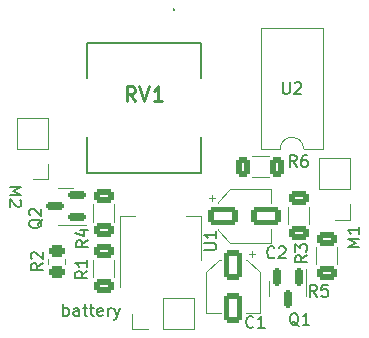
<source format=gto>
G04 #@! TF.GenerationSoftware,KiCad,Pcbnew,(6.0.7)*
G04 #@! TF.CreationDate,2024-01-15T20:32:35-05:00*
G04 #@! TF.ProjectId,pcb_chip,7063625f-6368-4697-902e-6b696361645f,rev?*
G04 #@! TF.SameCoordinates,Original*
G04 #@! TF.FileFunction,Legend,Top*
G04 #@! TF.FilePolarity,Positive*
%FSLAX46Y46*%
G04 Gerber Fmt 4.6, Leading zero omitted, Abs format (unit mm)*
G04 Created by KiCad (PCBNEW (6.0.7)) date 2024-01-15 20:32:35*
%MOMM*%
%LPD*%
G01*
G04 APERTURE LIST*
G04 Aperture macros list*
%AMRoundRect*
0 Rectangle with rounded corners*
0 $1 Rounding radius*
0 $2 $3 $4 $5 $6 $7 $8 $9 X,Y pos of 4 corners*
0 Add a 4 corners polygon primitive as box body*
4,1,4,$2,$3,$4,$5,$6,$7,$8,$9,$2,$3,0*
0 Add four circle primitives for the rounded corners*
1,1,$1+$1,$2,$3*
1,1,$1+$1,$4,$5*
1,1,$1+$1,$6,$7*
1,1,$1+$1,$8,$9*
0 Add four rect primitives between the rounded corners*
20,1,$1+$1,$2,$3,$4,$5,0*
20,1,$1+$1,$4,$5,$6,$7,0*
20,1,$1+$1,$6,$7,$8,$9,0*
20,1,$1+$1,$8,$9,$2,$3,0*%
G04 Aperture macros list end*
%ADD10C,0.150000*%
%ADD11C,0.254000*%
%ADD12C,0.120000*%
%ADD13C,0.200000*%
%ADD14RoundRect,0.250000X0.450000X-0.262500X0.450000X0.262500X-0.450000X0.262500X-0.450000X-0.262500X0*%
%ADD15R,1.600000X1.600000*%
%ADD16O,1.600000X1.600000*%
%ADD17RoundRect,0.250000X0.312500X0.625000X-0.312500X0.625000X-0.312500X-0.625000X0.312500X-0.625000X0*%
%ADD18RoundRect,0.150000X-0.150000X0.587500X-0.150000X-0.587500X0.150000X-0.587500X0.150000X0.587500X0*%
%ADD19RoundRect,0.250000X-0.625000X0.312500X-0.625000X-0.312500X0.625000X-0.312500X0.625000X0.312500X0*%
%ADD20RoundRect,0.250000X0.625000X-0.312500X0.625000X0.312500X-0.625000X0.312500X-0.625000X-0.312500X0*%
%ADD21RoundRect,0.250000X-1.050000X-0.550000X1.050000X-0.550000X1.050000X0.550000X-1.050000X0.550000X0*%
%ADD22R,1.500000X1.500000*%
%ADD23C,1.500000*%
%ADD24C,4.260000*%
%ADD25R,1.700000X1.700000*%
%ADD26O,1.700000X1.700000*%
%ADD27RoundRect,0.150000X0.587500X0.150000X-0.587500X0.150000X-0.587500X-0.150000X0.587500X-0.150000X0*%
%ADD28RoundRect,0.250000X-0.550000X1.050000X-0.550000X-1.050000X0.550000X-1.050000X0.550000X1.050000X0*%
%ADD29R,1.500000X2.000000*%
%ADD30R,3.800000X2.000000*%
G04 APERTURE END LIST*
D10*
X116251980Y-101919066D02*
X115775790Y-102252400D01*
X116251980Y-102490495D02*
X115251980Y-102490495D01*
X115251980Y-102109542D01*
X115299600Y-102014304D01*
X115347219Y-101966685D01*
X115442457Y-101919066D01*
X115585314Y-101919066D01*
X115680552Y-101966685D01*
X115728171Y-102014304D01*
X115775790Y-102109542D01*
X115775790Y-102490495D01*
X115347219Y-101538114D02*
X115299600Y-101490495D01*
X115251980Y-101395257D01*
X115251980Y-101157161D01*
X115299600Y-101061923D01*
X115347219Y-101014304D01*
X115442457Y-100966685D01*
X115537695Y-100966685D01*
X115680552Y-101014304D01*
X116251980Y-101585733D01*
X116251980Y-100966685D01*
X136601295Y-86584380D02*
X136601295Y-87393904D01*
X136648914Y-87489142D01*
X136696533Y-87536761D01*
X136791771Y-87584380D01*
X136982247Y-87584380D01*
X137077485Y-87536761D01*
X137125104Y-87489142D01*
X137172723Y-87393904D01*
X137172723Y-86584380D01*
X137601295Y-86679619D02*
X137648914Y-86632000D01*
X137744152Y-86584380D01*
X137982247Y-86584380D01*
X138077485Y-86632000D01*
X138125104Y-86679619D01*
X138172723Y-86774857D01*
X138172723Y-86870095D01*
X138125104Y-87012952D01*
X137553676Y-87584380D01*
X138172723Y-87584380D01*
X137755333Y-93771980D02*
X137422000Y-93295790D01*
X137183904Y-93771980D02*
X137183904Y-92771980D01*
X137564857Y-92771980D01*
X137660095Y-92819600D01*
X137707714Y-92867219D01*
X137755333Y-92962457D01*
X137755333Y-93105314D01*
X137707714Y-93200552D01*
X137660095Y-93248171D01*
X137564857Y-93295790D01*
X137183904Y-93295790D01*
X138612476Y-92771980D02*
X138422000Y-92771980D01*
X138326761Y-92819600D01*
X138279142Y-92867219D01*
X138183904Y-93010076D01*
X138136285Y-93200552D01*
X138136285Y-93581504D01*
X138183904Y-93676742D01*
X138231523Y-93724361D01*
X138326761Y-93771980D01*
X138517238Y-93771980D01*
X138612476Y-93724361D01*
X138660095Y-93676742D01*
X138707714Y-93581504D01*
X138707714Y-93343409D01*
X138660095Y-93248171D01*
X138612476Y-93200552D01*
X138517238Y-93152933D01*
X138326761Y-93152933D01*
X138231523Y-93200552D01*
X138183904Y-93248171D01*
X138136285Y-93343409D01*
X137928361Y-107227619D02*
X137833123Y-107180000D01*
X137737885Y-107084761D01*
X137595028Y-106941904D01*
X137499790Y-106894285D01*
X137404552Y-106894285D01*
X137452171Y-107132380D02*
X137356933Y-107084761D01*
X137261695Y-106989523D01*
X137214076Y-106799047D01*
X137214076Y-106465714D01*
X137261695Y-106275238D01*
X137356933Y-106180000D01*
X137452171Y-106132380D01*
X137642647Y-106132380D01*
X137737885Y-106180000D01*
X137833123Y-106275238D01*
X137880742Y-106465714D01*
X137880742Y-106799047D01*
X137833123Y-106989523D01*
X137737885Y-107084761D01*
X137642647Y-107132380D01*
X137452171Y-107132380D01*
X138833123Y-107132380D02*
X138261695Y-107132380D01*
X138547409Y-107132380D02*
X138547409Y-106132380D01*
X138452171Y-106275238D01*
X138356933Y-106370476D01*
X138261695Y-106418095D01*
X138628380Y-101258666D02*
X138152190Y-101592000D01*
X138628380Y-101830095D02*
X137628380Y-101830095D01*
X137628380Y-101449142D01*
X137676000Y-101353904D01*
X137723619Y-101306285D01*
X137818857Y-101258666D01*
X137961714Y-101258666D01*
X138056952Y-101306285D01*
X138104571Y-101353904D01*
X138152190Y-101449142D01*
X138152190Y-101830095D01*
X137628380Y-100925333D02*
X137628380Y-100306285D01*
X138009333Y-100639619D01*
X138009333Y-100496761D01*
X138056952Y-100401523D01*
X138104571Y-100353904D01*
X138199809Y-100306285D01*
X138437904Y-100306285D01*
X138533142Y-100353904D01*
X138580761Y-100401523D01*
X138628380Y-100496761D01*
X138628380Y-100782476D01*
X138580761Y-100877714D01*
X138533142Y-100925333D01*
X120086380Y-99988666D02*
X119610190Y-100322000D01*
X120086380Y-100560095D02*
X119086380Y-100560095D01*
X119086380Y-100179142D01*
X119134000Y-100083904D01*
X119181619Y-100036285D01*
X119276857Y-99988666D01*
X119419714Y-99988666D01*
X119514952Y-100036285D01*
X119562571Y-100083904D01*
X119610190Y-100179142D01*
X119610190Y-100560095D01*
X119419714Y-99131523D02*
X120086380Y-99131523D01*
X119038761Y-99369619D02*
X119753047Y-99607714D01*
X119753047Y-98988666D01*
X135875733Y-101398342D02*
X135828114Y-101445961D01*
X135685257Y-101493580D01*
X135590019Y-101493580D01*
X135447161Y-101445961D01*
X135351923Y-101350723D01*
X135304304Y-101255485D01*
X135256685Y-101065009D01*
X135256685Y-100922152D01*
X135304304Y-100731676D01*
X135351923Y-100636438D01*
X135447161Y-100541200D01*
X135590019Y-100493580D01*
X135685257Y-100493580D01*
X135828114Y-100541200D01*
X135875733Y-100588819D01*
X136256685Y-100588819D02*
X136304304Y-100541200D01*
X136399542Y-100493580D01*
X136637638Y-100493580D01*
X136732876Y-100541200D01*
X136780495Y-100588819D01*
X136828114Y-100684057D01*
X136828114Y-100779295D01*
X136780495Y-100922152D01*
X136209066Y-101493580D01*
X136828114Y-101493580D01*
X139482533Y-104744780D02*
X139149200Y-104268590D01*
X138911104Y-104744780D02*
X138911104Y-103744780D01*
X139292057Y-103744780D01*
X139387295Y-103792400D01*
X139434914Y-103840019D01*
X139482533Y-103935257D01*
X139482533Y-104078114D01*
X139434914Y-104173352D01*
X139387295Y-104220971D01*
X139292057Y-104268590D01*
X138911104Y-104268590D01*
X140387295Y-103744780D02*
X139911104Y-103744780D01*
X139863485Y-104220971D01*
X139911104Y-104173352D01*
X140006342Y-104125733D01*
X140244438Y-104125733D01*
X140339676Y-104173352D01*
X140387295Y-104220971D01*
X140434914Y-104316209D01*
X140434914Y-104554304D01*
X140387295Y-104649542D01*
X140339676Y-104697161D01*
X140244438Y-104744780D01*
X140006342Y-104744780D01*
X139911104Y-104697161D01*
X139863485Y-104649542D01*
X120035580Y-102579466D02*
X119559390Y-102912800D01*
X120035580Y-103150895D02*
X119035580Y-103150895D01*
X119035580Y-102769942D01*
X119083200Y-102674704D01*
X119130819Y-102627085D01*
X119226057Y-102579466D01*
X119368914Y-102579466D01*
X119464152Y-102627085D01*
X119511771Y-102674704D01*
X119559390Y-102769942D01*
X119559390Y-103150895D01*
X120035580Y-101627085D02*
X120035580Y-102198514D01*
X120035580Y-101912800D02*
X119035580Y-101912800D01*
X119178438Y-102008038D01*
X119273676Y-102103276D01*
X119321295Y-102198514D01*
D11*
X124085047Y-88204523D02*
X123661714Y-87599761D01*
X123359333Y-88204523D02*
X123359333Y-86934523D01*
X123843142Y-86934523D01*
X123964095Y-86995000D01*
X124024571Y-87055476D01*
X124085047Y-87176428D01*
X124085047Y-87357857D01*
X124024571Y-87478809D01*
X123964095Y-87539285D01*
X123843142Y-87599761D01*
X123359333Y-87599761D01*
X124447904Y-86934523D02*
X124871238Y-88204523D01*
X125294571Y-86934523D01*
X126383142Y-88204523D02*
X125657428Y-88204523D01*
X126020285Y-88204523D02*
X126020285Y-86934523D01*
X125899333Y-87115952D01*
X125778380Y-87236904D01*
X125657428Y-87297380D01*
D10*
X113466619Y-95456476D02*
X114466619Y-95456476D01*
X113752333Y-95789809D01*
X114466619Y-96123142D01*
X113466619Y-96123142D01*
X114371380Y-96551714D02*
X114419000Y-96599333D01*
X114466619Y-96694571D01*
X114466619Y-96932666D01*
X114419000Y-97027904D01*
X114371380Y-97075523D01*
X114276142Y-97123142D01*
X114180904Y-97123142D01*
X114038047Y-97075523D01*
X113466619Y-96504095D01*
X113466619Y-97123142D01*
X143073380Y-100504523D02*
X142073380Y-100504523D01*
X142787666Y-100171190D01*
X142073380Y-99837857D01*
X143073380Y-99837857D01*
X143073380Y-98837857D02*
X143073380Y-99409285D01*
X143073380Y-99123571D02*
X142073380Y-99123571D01*
X142216238Y-99218809D01*
X142311476Y-99314047D01*
X142359095Y-99409285D01*
X117993057Y-106370380D02*
X117993057Y-105370380D01*
X117993057Y-105751333D02*
X118088295Y-105703714D01*
X118278771Y-105703714D01*
X118374009Y-105751333D01*
X118421628Y-105798952D01*
X118469247Y-105894190D01*
X118469247Y-106179904D01*
X118421628Y-106275142D01*
X118374009Y-106322761D01*
X118278771Y-106370380D01*
X118088295Y-106370380D01*
X117993057Y-106322761D01*
X119326390Y-106370380D02*
X119326390Y-105846571D01*
X119278771Y-105751333D01*
X119183533Y-105703714D01*
X118993057Y-105703714D01*
X118897819Y-105751333D01*
X119326390Y-106322761D02*
X119231152Y-106370380D01*
X118993057Y-106370380D01*
X118897819Y-106322761D01*
X118850200Y-106227523D01*
X118850200Y-106132285D01*
X118897819Y-106037047D01*
X118993057Y-105989428D01*
X119231152Y-105989428D01*
X119326390Y-105941809D01*
X119659723Y-105703714D02*
X120040676Y-105703714D01*
X119802580Y-105370380D02*
X119802580Y-106227523D01*
X119850200Y-106322761D01*
X119945438Y-106370380D01*
X120040676Y-106370380D01*
X120231152Y-105703714D02*
X120612104Y-105703714D01*
X120374009Y-105370380D02*
X120374009Y-106227523D01*
X120421628Y-106322761D01*
X120516866Y-106370380D01*
X120612104Y-106370380D01*
X121326390Y-106322761D02*
X121231152Y-106370380D01*
X121040676Y-106370380D01*
X120945438Y-106322761D01*
X120897819Y-106227523D01*
X120897819Y-105846571D01*
X120945438Y-105751333D01*
X121040676Y-105703714D01*
X121231152Y-105703714D01*
X121326390Y-105751333D01*
X121374009Y-105846571D01*
X121374009Y-105941809D01*
X120897819Y-106037047D01*
X121802580Y-106370380D02*
X121802580Y-105703714D01*
X121802580Y-105894190D02*
X121850200Y-105798952D01*
X121897819Y-105751333D01*
X121993057Y-105703714D01*
X122088295Y-105703714D01*
X122326390Y-105703714D02*
X122564485Y-106370380D01*
X122802580Y-105703714D02*
X122564485Y-106370380D01*
X122469247Y-106608476D01*
X122421628Y-106656095D01*
X122326390Y-106703714D01*
X116219219Y-98190038D02*
X116171600Y-98285276D01*
X116076361Y-98380514D01*
X115933504Y-98523371D01*
X115885885Y-98618609D01*
X115885885Y-98713847D01*
X116123980Y-98666228D02*
X116076361Y-98761466D01*
X115981123Y-98856704D01*
X115790647Y-98904323D01*
X115457314Y-98904323D01*
X115266838Y-98856704D01*
X115171600Y-98761466D01*
X115123980Y-98666228D01*
X115123980Y-98475752D01*
X115171600Y-98380514D01*
X115266838Y-98285276D01*
X115457314Y-98237657D01*
X115790647Y-98237657D01*
X115981123Y-98285276D01*
X116076361Y-98380514D01*
X116123980Y-98475752D01*
X116123980Y-98666228D01*
X115219219Y-97856704D02*
X115171600Y-97809085D01*
X115123980Y-97713847D01*
X115123980Y-97475752D01*
X115171600Y-97380514D01*
X115219219Y-97332895D01*
X115314457Y-97285276D01*
X115409695Y-97285276D01*
X115552552Y-97332895D01*
X116123980Y-97904323D01*
X116123980Y-97285276D01*
X134097733Y-107291142D02*
X134050114Y-107338761D01*
X133907257Y-107386380D01*
X133812019Y-107386380D01*
X133669161Y-107338761D01*
X133573923Y-107243523D01*
X133526304Y-107148285D01*
X133478685Y-106957809D01*
X133478685Y-106814952D01*
X133526304Y-106624476D01*
X133573923Y-106529238D01*
X133669161Y-106434000D01*
X133812019Y-106386380D01*
X133907257Y-106386380D01*
X134050114Y-106434000D01*
X134097733Y-106481619D01*
X135050114Y-107386380D02*
X134478685Y-107386380D01*
X134764400Y-107386380D02*
X134764400Y-106386380D01*
X134669161Y-106529238D01*
X134573923Y-106624476D01*
X134478685Y-106672095D01*
X129957580Y-100787104D02*
X130767104Y-100787104D01*
X130862342Y-100739485D01*
X130909961Y-100691866D01*
X130957580Y-100596628D01*
X130957580Y-100406152D01*
X130909961Y-100310914D01*
X130862342Y-100263295D01*
X130767104Y-100215676D01*
X129957580Y-100215676D01*
X130957580Y-99215676D02*
X130957580Y-99787104D01*
X130957580Y-99501390D02*
X129957580Y-99501390D01*
X130100438Y-99596628D01*
X130195676Y-99691866D01*
X130243295Y-99787104D01*
D12*
X116714600Y-101979464D02*
X116714600Y-101525336D01*
X118184600Y-101979464D02*
X118184600Y-101525336D01*
X134713200Y-92262000D02*
X136363200Y-92262000D01*
X138363200Y-92262000D02*
X140013200Y-92262000D01*
X134713200Y-81982000D02*
X134713200Y-92262000D01*
X140013200Y-92262000D02*
X140013200Y-81982000D01*
X140013200Y-81982000D02*
X134713200Y-81982000D01*
X138363200Y-92262000D02*
G75*
G03*
X136363200Y-92262000I-1000000J0D01*
G01*
X135397864Y-94636000D02*
X133943736Y-94636000D01*
X135397864Y-92816000D02*
X133943736Y-92816000D01*
X135447600Y-104038400D02*
X135447600Y-103388400D01*
X138567600Y-104038400D02*
X138567600Y-102363400D01*
X135447600Y-104038400D02*
X135447600Y-104688400D01*
X138567600Y-104038400D02*
X138567600Y-104688400D01*
X138832000Y-97164536D02*
X138832000Y-98618664D01*
X137012000Y-97164536D02*
X137012000Y-98618664D01*
X120502000Y-98390064D02*
X120502000Y-96935936D01*
X122322000Y-98390064D02*
X122322000Y-96935936D01*
X131090000Y-96721437D02*
X131090000Y-96857000D01*
X131090000Y-99112563D02*
X132154437Y-100177000D01*
X131090000Y-96721437D02*
X132154437Y-95657000D01*
X135610000Y-95657000D02*
X135610000Y-96857000D01*
X132154437Y-100177000D02*
X135610000Y-100177000D01*
X130600000Y-96107000D02*
X130600000Y-96607000D01*
X132154437Y-95657000D02*
X135610000Y-95657000D01*
X130350000Y-96357000D02*
X130850000Y-96357000D01*
X135610000Y-100177000D02*
X135610000Y-98977000D01*
X131090000Y-99112563D02*
X131090000Y-98977000D01*
X139399600Y-100568136D02*
X139399600Y-102022264D01*
X141219600Y-100568136D02*
X141219600Y-102022264D01*
X120502000Y-103089064D02*
X120502000Y-101634936D01*
X122322000Y-103089064D02*
X122322000Y-101634936D01*
D13*
X119991000Y-83255000D02*
X119991000Y-86255000D01*
X127341000Y-80455000D02*
X127341000Y-80455000D01*
X127341000Y-80355000D02*
X127341000Y-80355000D01*
X129691000Y-94255000D02*
X119991000Y-94255000D01*
X129691000Y-83255000D02*
X119991000Y-83255000D01*
X129691000Y-91255000D02*
X129691000Y-94255000D01*
X119991000Y-94255000D02*
X119991000Y-91255000D01*
X129691000Y-86255000D02*
X129691000Y-83255000D01*
X127341000Y-80355000D02*
X127341000Y-80355000D01*
X127341000Y-80455000D02*
G75*
G03*
X127341000Y-80355000I0J50000D01*
G01*
X127341000Y-80355000D02*
G75*
G03*
X127341000Y-80455000I0J-50000D01*
G01*
X127341000Y-80355000D02*
G75*
G03*
X127341000Y-80455000I0J-50000D01*
G01*
D12*
X116747600Y-92207000D02*
X114087600Y-92207000D01*
X116747600Y-93477000D02*
X116747600Y-94807000D01*
X116747600Y-94807000D02*
X115417600Y-94807000D01*
X114087600Y-92207000D02*
X114087600Y-89607000D01*
X116747600Y-92207000D02*
X116747600Y-89607000D01*
X116747600Y-89607000D02*
X114087600Y-89607000D01*
X142300000Y-95636000D02*
X139640000Y-95636000D01*
X142300000Y-95636000D02*
X142300000Y-93036000D01*
X142300000Y-93036000D02*
X139640000Y-93036000D01*
X142300000Y-98236000D02*
X140970000Y-98236000D01*
X142300000Y-96906000D02*
X142300000Y-98236000D01*
X139640000Y-95636000D02*
X139640000Y-93036000D01*
X126441200Y-107502000D02*
X126441200Y-104842000D01*
X126441200Y-107502000D02*
X129041200Y-107502000D01*
X129041200Y-107502000D02*
X129041200Y-104842000D01*
X123841200Y-107502000D02*
X123841200Y-106172000D01*
X125171200Y-107502000D02*
X123841200Y-107502000D01*
X126441200Y-104842000D02*
X129041200Y-104842000D01*
X118211600Y-98638800D02*
X119886600Y-98638800D01*
X118211600Y-95518800D02*
X117561600Y-95518800D01*
X118211600Y-98638800D02*
X117561600Y-98638800D01*
X118211600Y-95518800D02*
X118861600Y-95518800D01*
X131189237Y-101626000D02*
X131324800Y-101626000D01*
X134644800Y-106146000D02*
X133444800Y-106146000D01*
X130124800Y-102690437D02*
X130124800Y-106146000D01*
X134644800Y-102690437D02*
X134644800Y-106146000D01*
X133580363Y-101626000D02*
X134644800Y-102690437D01*
X130124800Y-106146000D02*
X131324800Y-106146000D01*
X134194800Y-101136000D02*
X133694800Y-101136000D01*
X133580363Y-101626000D02*
X133444800Y-101626000D01*
X131189237Y-101626000D02*
X130124800Y-102690437D01*
X133944800Y-100886000D02*
X133944800Y-101386000D01*
X122828000Y-97912000D02*
X124088000Y-97912000D01*
X129648000Y-101672000D02*
X129648000Y-97912000D01*
X129648000Y-97912000D02*
X128388000Y-97912000D01*
X122828000Y-103922000D02*
X122828000Y-97912000D01*
%LPC*%
D14*
X117449600Y-102664900D03*
X117449600Y-100839900D03*
D15*
X141173200Y-90932000D03*
D16*
X141173200Y-88392000D03*
X141173200Y-85852000D03*
X141173200Y-83312000D03*
X133553200Y-83312000D03*
X133553200Y-85852000D03*
X133553200Y-88392000D03*
X133553200Y-90932000D03*
D17*
X136133300Y-93726000D03*
X133208300Y-93726000D03*
D18*
X137957600Y-103100900D03*
X136057600Y-103100900D03*
X137007600Y-104975900D03*
D19*
X137922000Y-96429100D03*
X137922000Y-99354100D03*
D20*
X121412000Y-99125500D03*
X121412000Y-96200500D03*
D21*
X131550000Y-97917000D03*
X135150000Y-97917000D03*
D19*
X140309600Y-99832700D03*
X140309600Y-102757700D03*
D20*
X121412000Y-103824500D03*
X121412000Y-100899500D03*
D22*
X127341000Y-81755000D03*
D23*
X124841000Y-81755000D03*
X122341000Y-81755000D03*
D24*
X129241000Y-88755000D03*
X120441000Y-88755000D03*
D25*
X115417600Y-93477000D03*
D26*
X115417600Y-90937000D03*
D25*
X140970000Y-96906000D03*
D26*
X140970000Y-94366000D03*
D25*
X125171200Y-106172000D03*
D26*
X127711200Y-106172000D03*
D27*
X119149100Y-98028800D03*
X119149100Y-96128800D03*
X117274100Y-97078800D03*
D28*
X132384800Y-102086000D03*
X132384800Y-105686000D03*
D29*
X123938000Y-102972000D03*
X126238000Y-102972000D03*
D30*
X126238000Y-96672000D03*
D29*
X128538000Y-102972000D03*
M02*

</source>
